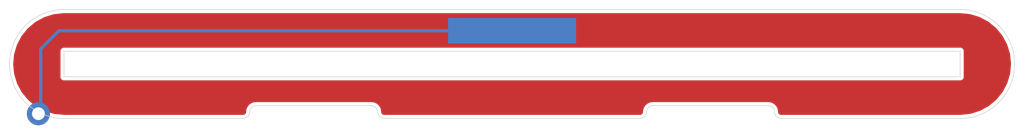
<source format=kicad_pcb>
(kicad_pcb (version 20171130) (host pcbnew "(5.1.10-1-10_14)")

  (general
    (thickness 1.6)
    (drawings 52)
    (tracks 6)
    (zones 0)
    (modules 2)
    (nets 2)
  )

  (page A4)
  (layers
    (0 F.Cu signal)
    (31 B.Cu signal)
    (32 B.Adhes user)
    (33 F.Adhes user)
    (34 B.Paste user)
    (35 F.Paste user)
    (36 B.SilkS user)
    (37 F.SilkS user)
    (38 B.Mask user)
    (39 F.Mask user)
    (40 Dwgs.User user)
    (41 Cmts.User user)
    (42 Eco1.User user)
    (43 Eco2.User user)
    (44 Edge.Cuts user)
    (45 Margin user)
    (46 B.CrtYd user hide)
    (47 F.CrtYd user hide)
    (48 B.Fab user hide)
    (49 F.Fab user hide)
  )

  (setup
    (last_trace_width 0.25)
    (trace_clearance 0.2)
    (zone_clearance 0.25)
    (zone_45_only no)
    (trace_min 0.2)
    (via_size 0.8)
    (via_drill 0.4)
    (via_min_size 0.4)
    (via_min_drill 0.3)
    (uvia_size 0.3)
    (uvia_drill 0.1)
    (uvias_allowed no)
    (uvia_min_size 0.2)
    (uvia_min_drill 0.1)
    (edge_width 0.05)
    (segment_width 0.2)
    (pcb_text_width 0.3)
    (pcb_text_size 1.5 1.5)
    (mod_edge_width 0.12)
    (mod_text_size 1 1)
    (mod_text_width 0.15)
    (pad_size 1.524 1.524)
    (pad_drill 0.762)
    (pad_to_mask_clearance 0)
    (aux_axis_origin 0 0)
    (visible_elements FFFFFFFF)
    (pcbplotparams
      (layerselection 0x010fc_ffffffff)
      (usegerberextensions false)
      (usegerberattributes true)
      (usegerberadvancedattributes true)
      (creategerberjobfile true)
      (excludeedgelayer true)
      (linewidth 0.100000)
      (plotframeref false)
      (viasonmask false)
      (mode 1)
      (useauxorigin false)
      (hpglpennumber 1)
      (hpglpenspeed 20)
      (hpglpendiameter 15.000000)
      (psnegative false)
      (psa4output false)
      (plotreference true)
      (plotvalue true)
      (plotinvisibletext false)
      (padsonsilk false)
      (subtractmaskfromsilk false)
      (outputformat 1)
      (mirror false)
      (drillshape 1)
      (scaleselection 1)
      (outputdirectory ""))
  )

  (net 0 "")
  (net 1 GND)

  (net_class Default "This is the default net class."
    (clearance 0.2)
    (trace_width 0.25)
    (via_dia 0.8)
    (via_drill 0.4)
    (uvia_dia 0.3)
    (uvia_drill 0.1)
    (add_net GND)
  )

  (module cycfi_library:round-single-pad-1.8mm-th (layer F.Cu) (tedit 61163BBF) (tstamp 6116A72E)
    (at 93 104.88)
    (path /60D997A7)
    (fp_text reference H3 (at 2.73 -0.88) (layer F.SilkS) hide
      (effects (font (size 1 1) (thickness 0.15)))
    )
    (fp_text value single_pad_smd (at 0 -2.54) (layer F.Fab)
      (effects (font (size 1 1) (thickness 0.15)))
    )
    (pad 1 thru_hole circle (at 0 0) (size 1.8 1.8) (drill 1) (layers *.Cu *.Mask)
      (net 1 GND))
  )

  (module cycfi_library:single-pad-10x2 (layer B.Cu) (tedit 6116436B) (tstamp 6116A015)
    (at 130 98.4)
    (path /60D8FEDB)
    (fp_text reference H4 (at 3 -0.6) (layer B.SilkS) hide
      (effects (font (size 1 1) (thickness 0.15)) (justify mirror))
    )
    (fp_text value "Core GND" (at 0 2.54) (layer B.Fab)
      (effects (font (size 1 1) (thickness 0.15)) (justify mirror))
    )
    (pad 1 smd rect (at 0 0) (size 10 2) (layers B.Cu B.Paste B.Mask)
      (net 1 GND))
  )

  (gr_line (start 95 102) (end 165 102) (layer Edge.Cuts) (width 0.05))
  (gr_line (start 95 100) (end 95 102) (layer Edge.Cuts) (width 0.05))
  (gr_line (start 95 100) (end 165 100) (layer Edge.Cuts) (width 0.05))
  (gr_arc (start 95 101) (end 95 96.75) (angle -180) (layer Edge.Cuts) (width 0.05))
  (gr_line (start 165 96.75) (end 95 96.75) (layer Edge.Cuts) (width 0.05))
  (gr_arc (start 120 104.75) (end 119.5 104.75) (angle -90) (layer Dwgs.User) (width 0.05) (tstamp 6116A403))
  (gr_arc (start 119 104.75) (end 119.5 104.75) (angle -90) (layer Dwgs.User) (width 0.05) (tstamp 6116A406))
  (gr_line (start 165 96.75) (end 95 96.75) (layer Dwgs.User) (width 0.05) (tstamp 6116A409))
  (gr_line (start 151 105.25) (end 165 105.25) (layer Dwgs.User) (width 0.05) (tstamp 6116A40C))
  (gr_line (start 141 104.25) (end 150 104.25) (layer Dwgs.User) (width 0.05) (tstamp 6116A40F))
  (gr_line (start 120 105.25) (end 140 105.25) (layer Dwgs.User) (width 0.05) (tstamp 6116A412))
  (gr_line (start 135 99.399078) (end 135 97.399078) (layer Dwgs.User) (width 0.05) (tstamp 6116A415))
  (gr_line (start 95 100) (end 165 100) (layer Dwgs.User) (width 0.05) (tstamp 6116A418))
  (gr_line (start 165 100) (end 165 102) (layer Dwgs.User) (width 0.05) (tstamp 6116A41B))
  (gr_line (start 95 102) (end 165 102) (layer Dwgs.User) (width 0.05) (tstamp 6116A41E))
  (gr_line (start 95 100) (end 95 102) (layer Dwgs.User) (width 0.05) (tstamp 6116A421))
  (gr_line (start 125 99.399078) (end 125 97.399078) (layer Dwgs.User) (width 0.05) (tstamp 6116A424))
  (gr_line (start 125 97.399078) (end 135 97.399078) (layer Dwgs.User) (width 0.05) (tstamp 6116A427))
  (gr_line (start 110 104.25) (end 119 104.25) (layer Dwgs.User) (width 0.05) (tstamp 6116A42A))
  (gr_line (start 94.999999 105.25) (end 109 105.25) (layer Dwgs.User) (width 0.05) (tstamp 6116A42D))
  (gr_arc (start 151 104.75) (end 150.5 104.75) (angle -90) (layer Dwgs.User) (width 0.05) (tstamp 6116A430))
  (gr_line (start 125 99.399078) (end 135 99.399078) (layer Dwgs.User) (width 0.05) (tstamp 6116A433))
  (gr_line (start 125 97.399078) (end 135 99.399078) (layer Dwgs.User) (width 0.05) (tstamp 6116A436))
  (gr_line (start 125 99.399078) (end 135 97.399078) (layer Dwgs.User) (width 0.05) (tstamp 6116A439))
  (gr_line (start 135 99.399078) (end 135 97.399078) (layer Dwgs.User) (width 0.05) (tstamp 6116A43C))
  (gr_arc (start 140 104.75) (end 140 105.25) (angle -90) (layer Dwgs.User) (width 0.05) (tstamp 6116A43F))
  (gr_arc (start 109 104.75) (end 109 105.25) (angle -90) (layer Dwgs.User) (width 0.05) (tstamp 6116A442))
  (gr_arc (start 150 104.75) (end 150.5 104.75) (angle -90) (layer Dwgs.User) (width 0.05) (tstamp 6116A445))
  (gr_arc (start 141 104.75) (end 141 104.25) (angle -90) (layer Dwgs.User) (width 0.05) (tstamp 6116A448))
  (gr_line (start 125 97.399078) (end 135 97.399078) (layer Dwgs.User) (width 0.05) (tstamp 6116A44B))
  (gr_line (start 125 99.399078) (end 125 97.399078) (layer Dwgs.User) (width 0.05) (tstamp 6116A44E))
  (gr_line (start 125 99.399078) (end 135 99.399078) (layer Dwgs.User) (width 0.05) (tstamp 6116A451))
  (gr_arc (start 95 101) (end 93.739043 105.058631) (angle -17.25924264) (layer Dwgs.User) (width 0.05) (tstamp 6116A454))
  (gr_arc (start 93.269552 104.88665) (end 93.739043 105.058631) (angle -172.2370133) (layer Dwgs.User) (width 0.05) (tstamp 6116A457))
  (gr_arc (start 165 101) (end 165 105.25) (angle -180) (layer Dwgs.User) (width 0.05) (tstamp 6116A45A))
  (gr_arc (start 95 101) (end 95 96.75) (angle -149.2592426) (layer Dwgs.User) (width 0.05) (tstamp 6116A45D))
  (gr_arc (start 110 104.75) (end 110 104.25) (angle -90) (layer Dwgs.User) (width 0.05) (tstamp 6116A460))
  (gr_line (start 165 100) (end 165 102) (layer Edge.Cuts) (width 0.05))
  (gr_line (start 110 104.25) (end 119 104.25) (layer Edge.Cuts) (width 0.05))
  (gr_line (start 95 105.25) (end 109 105.25) (layer Edge.Cuts) (width 0.05))
  (gr_line (start 151 105.25) (end 165 105.25) (layer Edge.Cuts) (width 0.05))
  (gr_line (start 141 104.25) (end 150 104.25) (layer Edge.Cuts) (width 0.05))
  (gr_line (start 120 105.25) (end 140 105.25) (layer Edge.Cuts) (width 0.05))
  (gr_arc (start 120 104.75) (end 119.5 104.75) (angle -90) (layer Edge.Cuts) (width 0.05))
  (gr_arc (start 119 104.75) (end 119.5 104.75) (angle -90) (layer Edge.Cuts) (width 0.05))
  (gr_arc (start 110 104.75) (end 110 104.25) (angle -90) (layer Edge.Cuts) (width 0.05))
  (gr_arc (start 109 104.75) (end 109 105.25) (angle -90) (layer Edge.Cuts) (width 0.05))
  (gr_arc (start 165 101) (end 165 105.25) (angle -180) (layer Edge.Cuts) (width 0.05))
  (gr_arc (start 151 104.75) (end 150.5 104.75) (angle -90) (layer Edge.Cuts) (width 0.05))
  (gr_arc (start 150 104.75) (end 150.5 104.75) (angle -90) (layer Edge.Cuts) (width 0.05))
  (gr_arc (start 141 104.75) (end 141 104.25) (angle -90) (layer Edge.Cuts) (width 0.05))
  (gr_arc (start 140 104.75) (end 140 105.25) (angle -90) (layer Edge.Cuts) (width 0.05))

  (segment (start 93.347699 104.5323) (end 93.261637 104.491088) (width 0.25) (layer F.Cu) (net 1))
  (segment (start 93.362733 104.517267) (end 93.347699 104.5323) (width 0.25) (layer F.Cu) (net 1))
  (segment (start 93.182276 104.450033) (end 93.154961 104.435903) (width 0.25) (layer F.Cu) (net 1))
  (segment (start 93.182276 99.817724) (end 93.182276 104.450033) (width 0.25) (layer B.Cu) (net 1))
  (segment (start 94.6 98.4) (end 93.182276 99.817724) (width 0.25) (layer B.Cu) (net 1))
  (segment (start 130 98.4) (end 94.6 98.4) (width 0.25) (layer B.Cu) (net 1))

  (zone (net 1) (net_name GND) (layer F.Cu) (tstamp 61173F55) (hatch edge 0.508)
    (connect_pads yes (clearance 0.25))
    (min_thickness 0.254)
    (fill yes (arc_segments 32) (thermal_gap 0.508) (thermal_bridge_width 0.508))
    (polygon
      (pts
        (xy 170 106) (xy 90 106) (xy 90 96) (xy 170 96)
      )
    )
    (filled_polygon
      (pts
        (xy 165.747036 97.227175) (xy 166.465621 97.444128) (xy 167.128383 97.796525) (xy 167.710075 98.270941) (xy 168.188536 98.8493)
        (xy 168.545552 99.509588) (xy 168.767517 100.22664) (xy 168.845978 100.973148) (xy 168.777947 101.720686) (xy 168.566016 102.440763)
        (xy 168.218256 103.105967) (xy 167.747914 103.690955) (xy 167.172902 104.173447) (xy 166.515132 104.535059) (xy 165.799643 104.762026)
        (xy 165.035461 104.847743) (xy 164.998628 104.848) (xy 151.019665 104.848) (xy 150.981337 104.844242) (xy 150.963391 104.838824)
        (xy 150.946834 104.830021) (xy 150.932305 104.818171) (xy 150.920352 104.803722) (xy 150.911433 104.787227) (xy 150.90589 104.769319)
        (xy 150.900292 104.716058) (xy 150.900334 104.710076) (xy 150.899786 104.70449) (xy 150.889586 104.607441) (xy 150.882261 104.571755)
        (xy 150.875433 104.53596) (xy 150.87381 104.530587) (xy 150.844954 104.437368) (xy 150.830836 104.403784) (xy 150.817185 104.369995)
        (xy 150.81455 104.365039) (xy 150.768137 104.279201) (xy 150.747759 104.248989) (xy 150.727813 104.218509) (xy 150.724265 104.214159)
        (xy 150.662063 104.13897) (xy 150.636198 104.113285) (xy 150.61072 104.087267) (xy 150.606395 104.083689) (xy 150.530774 104.022013)
        (xy 150.50039 104.001826) (xy 150.470359 103.981263) (xy 150.465422 103.978593) (xy 150.379261 103.932781) (xy 150.345555 103.918889)
        (xy 150.31209 103.904545) (xy 150.306727 103.902885) (xy 150.213309 103.87468) (xy 150.177575 103.867604) (xy 150.141926 103.860027)
        (xy 150.136344 103.85944) (xy 150.039227 103.849918) (xy 150.03922 103.849918) (xy 150.019747 103.848) (xy 140.980253 103.848)
        (xy 140.963122 103.849687) (xy 140.960076 103.849666) (xy 140.95449 103.850214) (xy 140.857441 103.860414) (xy 140.821755 103.867739)
        (xy 140.78596 103.874567) (xy 140.780587 103.87619) (xy 140.687368 103.905046) (xy 140.653784 103.919164) (xy 140.619995 103.932815)
        (xy 140.615039 103.93545) (xy 140.529201 103.981863) (xy 140.498989 104.002241) (xy 140.468509 104.022187) (xy 140.464159 104.025735)
        (xy 140.38897 104.087937) (xy 140.363285 104.113802) (xy 140.337267 104.13928) (xy 140.333689 104.143605) (xy 140.272013 104.219226)
        (xy 140.251826 104.24961) (xy 140.231263 104.279641) (xy 140.228593 104.284578) (xy 140.182781 104.370739) (xy 140.168889 104.404445)
        (xy 140.154545 104.43791) (xy 140.152885 104.443273) (xy 140.12468 104.536691) (xy 140.117604 104.572425) (xy 140.110027 104.608074)
        (xy 140.10944 104.613656) (xy 140.099918 104.71077) (xy 140.099918 104.710773) (xy 140.094242 104.768663) (xy 140.088824 104.786609)
        (xy 140.080021 104.803166) (xy 140.068171 104.817695) (xy 140.053722 104.829648) (xy 140.037227 104.838567) (xy 140.019319 104.84411)
        (xy 139.982308 104.848) (xy 120.019665 104.848) (xy 119.981337 104.844242) (xy 119.963391 104.838824) (xy 119.946834 104.830021)
        (xy 119.932305 104.818171) (xy 119.920352 104.803722) (xy 119.911433 104.787227) (xy 119.90589 104.769319) (xy 119.900292 104.716058)
        (xy 119.900334 104.710076) (xy 119.899786 104.70449) (xy 119.889586 104.607441) (xy 119.882261 104.571755) (xy 119.875433 104.53596)
        (xy 119.87381 104.530587) (xy 119.844954 104.437368) (xy 119.830836 104.403784) (xy 119.817185 104.369995) (xy 119.81455 104.365039)
        (xy 119.768137 104.279201) (xy 119.747759 104.248989) (xy 119.727813 104.218509) (xy 119.724265 104.214159) (xy 119.662063 104.13897)
        (xy 119.636198 104.113285) (xy 119.61072 104.087267) (xy 119.606395 104.083689) (xy 119.530774 104.022013) (xy 119.50039 104.001826)
        (xy 119.470359 103.981263) (xy 119.465422 103.978593) (xy 119.379261 103.932781) (xy 119.345555 103.918889) (xy 119.31209 103.904545)
        (xy 119.306727 103.902885) (xy 119.213309 103.87468) (xy 119.177575 103.867604) (xy 119.141926 103.860027) (xy 119.136344 103.85944)
        (xy 119.039227 103.849918) (xy 119.03922 103.849918) (xy 119.019747 103.848) (xy 109.980253 103.848) (xy 109.963122 103.849687)
        (xy 109.960076 103.849666) (xy 109.95449 103.850214) (xy 109.857441 103.860414) (xy 109.821755 103.867739) (xy 109.78596 103.874567)
        (xy 109.780587 103.87619) (xy 109.687368 103.905046) (xy 109.653784 103.919164) (xy 109.619995 103.932815) (xy 109.615039 103.93545)
        (xy 109.529201 103.981863) (xy 109.498989 104.002241) (xy 109.468509 104.022187) (xy 109.464159 104.025735) (xy 109.38897 104.087937)
        (xy 109.363285 104.113802) (xy 109.337267 104.13928) (xy 109.333689 104.143605) (xy 109.272013 104.219226) (xy 109.251826 104.24961)
        (xy 109.231263 104.279641) (xy 109.228593 104.284578) (xy 109.182781 104.370739) (xy 109.168889 104.404445) (xy 109.154545 104.43791)
        (xy 109.152885 104.443273) (xy 109.12468 104.536691) (xy 109.117604 104.572425) (xy 109.110027 104.608074) (xy 109.10944 104.613656)
        (xy 109.099918 104.71077) (xy 109.099918 104.710773) (xy 109.094242 104.768663) (xy 109.088824 104.786609) (xy 109.080021 104.803166)
        (xy 109.068171 104.817695) (xy 109.053722 104.829648) (xy 109.037227 104.838567) (xy 109.019319 104.84411) (xy 108.982308 104.848)
        (xy 95.019658 104.848) (xy 94.252964 104.772825) (xy 93.534376 104.555871) (xy 92.871617 104.203475) (xy 92.289925 103.729059)
        (xy 91.811461 103.150695) (xy 91.454448 102.490412) (xy 91.232483 101.77336) (xy 91.154022 101.026852) (xy 91.222053 100.279315)
        (xy 91.30426 100) (xy 94.596055 100) (xy 94.598 100.019747) (xy 94.598001 101.980243) (xy 94.596055 102)
        (xy 94.603817 102.078806) (xy 94.626803 102.154583) (xy 94.664132 102.22442) (xy 94.714368 102.285632) (xy 94.77558 102.335868)
        (xy 94.845417 102.373197) (xy 94.921194 102.396183) (xy 94.980253 102.402) (xy 95 102.403945) (xy 95.019747 102.402)
        (xy 164.980253 102.402) (xy 165 102.403945) (xy 165.019747 102.402) (xy 165.078806 102.396183) (xy 165.154583 102.373197)
        (xy 165.22442 102.335868) (xy 165.285632 102.285632) (xy 165.335868 102.22442) (xy 165.373197 102.154583) (xy 165.396183 102.078806)
        (xy 165.403945 102) (xy 165.402 101.980253) (xy 165.402 100.019747) (xy 165.403945 100) (xy 165.396183 99.921194)
        (xy 165.373197 99.845417) (xy 165.335868 99.77558) (xy 165.285632 99.714368) (xy 165.22442 99.664132) (xy 165.154583 99.626803)
        (xy 165.078806 99.603817) (xy 165.019747 99.598) (xy 165 99.596055) (xy 164.980253 99.598) (xy 95.019747 99.598)
        (xy 95 99.596055) (xy 94.980253 99.598) (xy 94.921194 99.603817) (xy 94.845417 99.626803) (xy 94.77558 99.664132)
        (xy 94.714368 99.714368) (xy 94.664132 99.77558) (xy 94.626803 99.845417) (xy 94.603817 99.921194) (xy 94.596055 100)
        (xy 91.30426 100) (xy 91.433984 99.559237) (xy 91.781744 98.894033) (xy 92.252086 98.309045) (xy 92.827096 97.826554)
        (xy 93.484868 97.464941) (xy 94.200357 97.237974) (xy 94.964538 97.152257) (xy 95.001371 97.152) (xy 164.980342 97.152)
      )
    )
  )
  (zone (net 1) (net_name GND) (layer B.Cu) (tstamp 61173F52) (hatch edge 0.508)
    (connect_pads yes (clearance 0.25))
    (min_thickness 0.254)
    (fill yes (arc_segments 32) (thermal_gap 0.508) (thermal_bridge_width 0.508))
    (polygon
      (pts
        (xy 170 106) (xy 90 106) (xy 90 96) (xy 170 96)
      )
    )
  )
)

</source>
